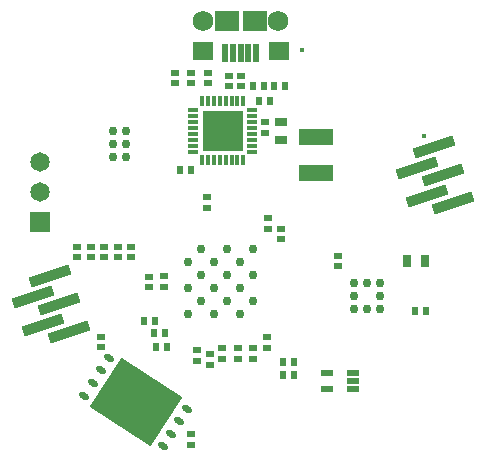
<source format=gbs>
%FSLAX24Y24*%
%MOIN*%
G70*
G01*
G75*
G04 Layer_Color=16711935*
%ADD10C,0.0080*%
%ADD11R,0.0650X0.1122*%
%ADD12R,0.0354X0.0118*%
G04:AMPARAMS|DCode=13|XSize=29.9mil|YSize=50mil|CornerRadius=0mil|HoleSize=0mil|Usage=FLASHONLY|Rotation=327.000|XOffset=0mil|YOffset=0mil|HoleType=Round|Shape=Rectangle|*
%AMROTATEDRECTD13*
4,1,4,-0.0262,-0.0128,0.0011,0.0291,0.0262,0.0128,-0.0011,-0.0291,-0.0262,-0.0128,0.0*
%
%ADD13ROTATEDRECTD13*%

%ADD14R,0.2598X0.2598*%
%ADD15O,0.0354X0.0098*%
%ADD16O,0.0098X0.0354*%
%ADD17O,0.0098X0.0335*%
%ADD18O,0.0335X0.0098*%
%ADD19R,0.1417X0.1417*%
G04:AMPARAMS|DCode=20|XSize=50mil|YSize=100mil|CornerRadius=0mil|HoleSize=0mil|Usage=FLASHONLY|Rotation=56.000|XOffset=0mil|YOffset=0mil|HoleType=Round|Shape=Rectangle|*
%AMROTATEDRECTD20*
4,1,4,0.0275,-0.0487,-0.0554,0.0072,-0.0275,0.0487,0.0554,-0.0072,0.0275,-0.0487,0.0*
%
%ADD20ROTATEDRECTD20*%

%ADD21R,0.0276X0.0079*%
%ADD22R,0.0157X0.0236*%
%ADD23R,0.0591X0.1024*%
%ADD24R,0.0236X0.0157*%
%ADD25R,0.0138X0.0217*%
%ADD26R,0.0335X0.0118*%
%ADD27R,0.0197X0.0315*%
%ADD28R,0.0551X0.0453*%
%ADD29R,0.0197X0.0354*%
%ADD30R,0.0394X0.0197*%
%ADD31R,0.0374X0.0335*%
%ADD32R,0.2126X0.0374*%
%ADD33R,0.1378X0.0768*%
%ADD34R,0.0984X0.1260*%
G04:AMPARAMS|DCode=35|XSize=28.7mil|YSize=135mil|CornerRadius=0mil|HoleSize=0mil|Usage=FLASHONLY|Rotation=108.600|XOffset=0mil|YOffset=0mil|HoleType=Round|Shape=Rectangle|*
%AMROTATEDRECTD35*
4,1,4,0.0686,0.0079,-0.0594,-0.0352,-0.0686,-0.0079,0.0594,0.0352,0.0686,0.0079,0.0*
%
%ADD35ROTATEDRECTD35*%

%ADD36C,0.0130*%
%ADD37C,0.0060*%
%ADD38C,0.0200*%
%ADD39C,0.0100*%
%ADD40C,0.0300*%
%ADD41C,0.0123*%
%ADD42C,0.0630*%
%ADD43R,0.0591X0.0591*%
%ADD44C,0.0591*%
%ADD45C,0.0217*%
%ADD46C,0.0315*%
%ADD47C,0.0200*%
%ADD48C,0.0400*%
%ADD49C,0.0300*%
%ADD50C,0.0220*%
%ADD51R,0.0354X0.0157*%
%ADD52O,0.0315X0.0098*%
%ADD53O,0.0098X0.0315*%
%ADD54R,0.1299X0.1299*%
G04:AMPARAMS|DCode=55|XSize=189mil|YSize=236.2mil|CornerRadius=0mil|HoleSize=0mil|Usage=FLASHONLY|Rotation=237.000|XOffset=0mil|YOffset=0mil|HoleType=Round|Shape=Rectangle|*
%AMROTATEDRECTD55*
4,1,4,-0.0476,0.1436,0.1505,0.0149,0.0476,-0.1436,-0.1505,-0.0149,-0.0476,0.1436,0.0*
%
%ADD55ROTATEDRECTD55*%

G04:AMPARAMS|DCode=56|XSize=15.7mil|YSize=31.5mil|CornerRadius=0mil|HoleSize=0mil|Usage=FLASHONLY|Rotation=237.000|XOffset=0mil|YOffset=0mil|HoleType=Round|Shape=Round|*
%AMOVALD56*
21,1,0.0157,0.0157,0.0000,0.0000,327.0*
1,1,0.0157,-0.0066,0.0043*
1,1,0.0157,0.0066,-0.0043*
%
%ADD56OVALD56*%

%ADD57R,0.1102X0.0492*%
%ADD58R,0.0157X0.0532*%
%ADD59R,0.0748X0.0630*%
%ADD60R,0.0630X0.0551*%
%ADD61R,0.0354X0.0197*%
%ADD62C,0.0150*%
%ADD63C,0.0098*%
%ADD64C,0.0039*%
%ADD65C,0.0079*%
%ADD66C,0.0050*%
%ADD67R,0.0433X0.0551*%
G04:AMPARAMS|DCode=68|XSize=54mil|YSize=31.5mil|CornerRadius=0mil|HoleSize=0mil|Usage=FLASHONLY|Rotation=108.600|XOffset=0mil|YOffset=0mil|HoleType=Round|Shape=Rectangle|*
%AMROTATEDRECTD68*
4,1,4,0.0236,-0.0205,-0.0063,-0.0306,-0.0236,0.0205,0.0063,0.0306,0.0236,-0.0205,0.0*
%
%ADD68ROTATEDRECTD68*%

%ADD69R,0.0710X0.1182*%
%ADD70R,0.0414X0.0178*%
G04:AMPARAMS|DCode=71|XSize=35.9mil|YSize=56mil|CornerRadius=0mil|HoleSize=0mil|Usage=FLASHONLY|Rotation=327.000|XOffset=0mil|YOffset=0mil|HoleType=Round|Shape=Rectangle|*
%AMROTATEDRECTD71*
4,1,4,-0.0303,-0.0137,0.0002,0.0333,0.0303,0.0137,-0.0002,-0.0333,-0.0303,-0.0137,0.0*
%
%ADD71ROTATEDRECTD71*%

%ADD72R,0.2658X0.2658*%
%ADD73O,0.0414X0.0158*%
%ADD74O,0.0158X0.0414*%
%ADD75O,0.0158X0.0395*%
%ADD76O,0.0395X0.0158*%
%ADD77R,0.1477X0.1477*%
G04:AMPARAMS|DCode=78|XSize=56mil|YSize=106mil|CornerRadius=0mil|HoleSize=0mil|Usage=FLASHONLY|Rotation=56.000|XOffset=0mil|YOffset=0mil|HoleType=Round|Shape=Rectangle|*
%AMROTATEDRECTD78*
4,1,4,0.0283,-0.0529,-0.0596,0.0064,-0.0283,0.0529,0.0596,-0.0064,0.0283,-0.0529,0.0*
%
%ADD78ROTATEDRECTD78*%

%ADD79R,0.0336X0.0139*%
%ADD80R,0.0217X0.0296*%
%ADD81R,0.0651X0.1084*%
%ADD82R,0.0296X0.0217*%
%ADD83R,0.0198X0.0277*%
%ADD84R,0.0395X0.0178*%
%ADD85R,0.0257X0.0375*%
%ADD86R,0.0611X0.0513*%
%ADD87R,0.0257X0.0414*%
%ADD88R,0.0454X0.0257*%
%ADD89R,0.0434X0.0395*%
%ADD90R,0.2186X0.0434*%
%ADD91R,0.1438X0.0828*%
%ADD92R,0.1044X0.1320*%
G04:AMPARAMS|DCode=93|XSize=34.7mil|YSize=141mil|CornerRadius=0mil|HoleSize=0mil|Usage=FLASHONLY|Rotation=108.600|XOffset=0mil|YOffset=0mil|HoleType=Round|Shape=Rectangle|*
%AMROTATEDRECTD93*
4,1,4,0.0724,0.0060,-0.0613,-0.0390,-0.0724,-0.0060,0.0613,0.0390,0.0724,0.0060,0.0*
%
%ADD93ROTATEDRECTD93*%

%ADD94C,0.0690*%
%ADD95R,0.0651X0.0651*%
%ADD96C,0.0651*%
%ADD97C,0.0297*%
%ADD98C,0.0160*%
%ADD99O,0.0375X0.0158*%
%ADD100O,0.0158X0.0375*%
%ADD101R,0.1359X0.1359*%
G04:AMPARAMS|DCode=102|XSize=195mil|YSize=242.2mil|CornerRadius=0mil|HoleSize=0mil|Usage=FLASHONLY|Rotation=237.000|XOffset=0mil|YOffset=0mil|HoleType=Round|Shape=Rectangle|*
%AMROTATEDRECTD102*
4,1,4,-0.0485,0.1477,0.1547,0.0158,0.0485,-0.1477,-0.1547,-0.0158,-0.0485,0.1477,0.0*
%
%ADD102ROTATEDRECTD102*%

G04:AMPARAMS|DCode=103|XSize=21.7mil|YSize=37.5mil|CornerRadius=0mil|HoleSize=0mil|Usage=FLASHONLY|Rotation=237.000|XOffset=0mil|YOffset=0mil|HoleType=Round|Shape=Round|*
%AMOVALD103*
21,1,0.0157,0.0217,0.0000,0.0000,327.0*
1,1,0.0217,-0.0066,0.0043*
1,1,0.0217,0.0066,-0.0043*
%
%ADD103OVALD103*%

%ADD104R,0.1162X0.0552*%
%ADD105R,0.0236X0.0610*%
%ADD106R,0.0827X0.0709*%
%ADD107R,0.0709X0.0630*%
%ADD108R,0.0414X0.0257*%
%ADD109C,0.0395*%
D30*
X3733Y-4344D02*
D03*
Y-4600D02*
D03*
Y-4856D02*
D03*
X2867D02*
D03*
Y-4344D02*
D03*
D80*
X6177Y-2250D02*
D03*
X5823D02*
D03*
X-2473Y-3450D02*
D03*
X-2827D02*
D03*
X-2877Y-3000D02*
D03*
X-2523D02*
D03*
X-3227Y-2600D02*
D03*
X-2873D02*
D03*
X1777Y-4400D02*
D03*
X1423D02*
D03*
X1777Y-3950D02*
D03*
X1423D02*
D03*
X-2027Y2450D02*
D03*
X-1673D02*
D03*
X977Y4750D02*
D03*
X623D02*
D03*
X1477Y5250D02*
D03*
X1123D02*
D03*
X777D02*
D03*
X423D02*
D03*
D82*
X868Y-3495D02*
D03*
Y-3141D02*
D03*
X418Y-3845D02*
D03*
Y-3491D02*
D03*
X-82Y-3845D02*
D03*
Y-3491D02*
D03*
X-632Y-3845D02*
D03*
Y-3491D02*
D03*
X-1032Y-4045D02*
D03*
Y-3691D02*
D03*
X-1450Y-3927D02*
D03*
Y-3573D02*
D03*
X-3050Y-1477D02*
D03*
Y-1123D02*
D03*
X-2560Y-1103D02*
D03*
Y-1457D02*
D03*
X-3650Y-477D02*
D03*
Y-123D02*
D03*
X-4100Y-477D02*
D03*
Y-123D02*
D03*
X-4550Y-477D02*
D03*
Y-123D02*
D03*
X-5000Y-477D02*
D03*
Y-123D02*
D03*
X-5450Y-477D02*
D03*
Y-123D02*
D03*
X-1130Y1527D02*
D03*
Y1173D02*
D03*
X800Y3673D02*
D03*
Y4027D02*
D03*
X-2200Y5677D02*
D03*
Y5323D02*
D03*
X-1650Y5677D02*
D03*
Y5323D02*
D03*
X-1100D02*
D03*
Y5677D02*
D03*
X0Y5577D02*
D03*
Y5223D02*
D03*
X-400Y5577D02*
D03*
Y5223D02*
D03*
X3250Y-423D02*
D03*
Y-777D02*
D03*
X-4650Y-3123D02*
D03*
Y-3477D02*
D03*
X-1650Y-6373D02*
D03*
Y-6727D02*
D03*
X1350Y477D02*
D03*
Y123D02*
D03*
X900Y827D02*
D03*
Y473D02*
D03*
D87*
X6145Y-600D02*
D03*
X5555D02*
D03*
D93*
X6436Y3217D02*
D03*
X5886Y2505D02*
D03*
X6754Y2269D02*
D03*
X6205Y1557D02*
D03*
X7073Y1322D02*
D03*
X-5727Y-2978D02*
D03*
X-6595Y-2743D02*
D03*
X-6046Y-2031D02*
D03*
X-6914Y-1795D02*
D03*
X-6364Y-1083D02*
D03*
D94*
X1250Y7400D02*
D03*
X-1250D02*
D03*
D95*
X-6700Y700D02*
D03*
D96*
Y1700D02*
D03*
Y2700D02*
D03*
D97*
X-4267Y3733D02*
D03*
X-3833D02*
D03*
X-4267Y3300D02*
D03*
X-3833D02*
D03*
X-4267Y2867D02*
D03*
X-3833D02*
D03*
X-1764Y-2350D02*
D03*
Y-1484D02*
D03*
Y-618D02*
D03*
X-1331Y-1917D02*
D03*
Y-1051D02*
D03*
Y-185D02*
D03*
X-898Y-2350D02*
D03*
Y-1484D02*
D03*
Y-618D02*
D03*
X-465Y-1917D02*
D03*
Y-1051D02*
D03*
Y-185D02*
D03*
X-32Y-2350D02*
D03*
Y-1484D02*
D03*
Y-618D02*
D03*
X401Y-1917D02*
D03*
Y-1051D02*
D03*
Y-185D02*
D03*
X4634Y-1318D02*
D03*
Y-1751D02*
D03*
Y-2184D02*
D03*
X4201Y-1318D02*
D03*
Y-2184D02*
D03*
X3768Y-1318D02*
D03*
Y-1751D02*
D03*
Y-2184D02*
D03*
X-3009Y-6135D02*
D03*
X-2538Y-5409D02*
D03*
X-3137Y-5536D02*
D03*
X-3736Y-5663D02*
D03*
X-3264Y-4937D02*
D03*
X-4462Y-5191D02*
D03*
X-3991Y-4465D02*
D03*
X-3863Y-5064D02*
D03*
D98*
X2050Y6450D02*
D03*
X6100Y3570D02*
D03*
D99*
X-1584Y3051D02*
D03*
Y3248D02*
D03*
Y3445D02*
D03*
Y3642D02*
D03*
Y3838D02*
D03*
Y4035D02*
D03*
Y4232D02*
D03*
Y4429D02*
D03*
X384D02*
D03*
Y4232D02*
D03*
Y4035D02*
D03*
Y3838D02*
D03*
Y3642D02*
D03*
Y3445D02*
D03*
Y3248D02*
D03*
Y3051D02*
D03*
D100*
X-1289Y4724D02*
D03*
X-1092D02*
D03*
X-895D02*
D03*
X-698D02*
D03*
X-502D02*
D03*
X-305D02*
D03*
X-108D02*
D03*
X89D02*
D03*
Y2756D02*
D03*
X-108D02*
D03*
X-305D02*
D03*
X-502D02*
D03*
X-698D02*
D03*
X-895D02*
D03*
X-1092D02*
D03*
X-1289D02*
D03*
D101*
X-600Y3740D02*
D03*
D102*
X-3500Y-5300D02*
D03*
D103*
X-4396Y-3824D02*
D03*
X-4668Y-4243D02*
D03*
X-4940Y-4663D02*
D03*
X-5213Y-5082D02*
D03*
X-2604Y-6776D02*
D03*
X-2332Y-6357D02*
D03*
X-2060Y-5937D02*
D03*
X-1787Y-5518D02*
D03*
D104*
X2510Y2350D02*
D03*
Y3550D02*
D03*
D105*
X-512Y6347D02*
D03*
X-256D02*
D03*
X512D02*
D03*
X256D02*
D03*
X0D02*
D03*
D106*
X472Y7400D02*
D03*
X-472D02*
D03*
D107*
X1260Y6416D02*
D03*
X-1260D02*
D03*
D108*
X1350Y3455D02*
D03*
Y4045D02*
D03*
D109*
X-600Y3740D02*
D03*
M02*

</source>
